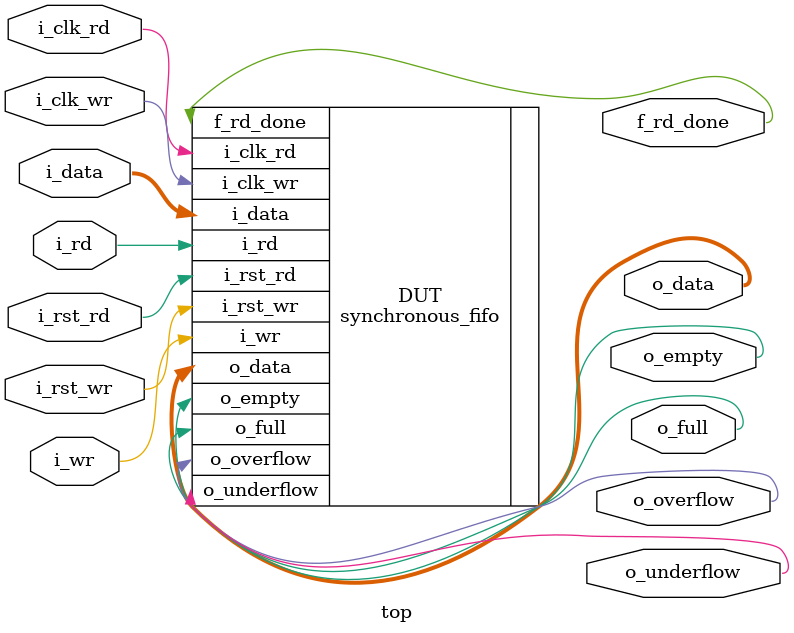
<source format=sv>
`include "assertion.sv"
module top
    #(
        parameter int G_WIDTH /*verilator public*/ = 8,
        parameter int G_DEPTH /*verilator public*/= 10
    )

    (
    input logic i_clk_wr,    // clk write domain
    input logic i_rst_wr,   //  synch. active high reset write domain
    input logic i_wr,      //   write enable
    input logic [G_WIDTH -1 : 0] i_data,   //    write data in

    input logic i_clk_rd,    // clk read domain
    input logic i_rst_rd,   //  synch. active high reset read domain
    input logic i_rd,      //   read enable

    output logic [G_WIDTH -1 : 0] o_data,
    output logic o_overflow,
    output logic o_underflow,
    output logic o_full,
    output logic o_empty,
    output logic f_rd_done
    );

    synchronous_fifo #(.G_WIDTH(G_WIDTH),.G_DEPTH(G_DEPTH)) DUT 
    (
    	.i_clk_wr,
    	.i_rst_wr,
    	.i_wr,
    	.i_data,
    	.i_clk_rd,
    	.i_rst_rd,
    	.i_rd,
        .o_data,
        .o_underflow,
        .o_overflow,
        .o_full,
        .o_empty,
        .f_rd_done
	);

    // Note: Verilator only ssupports bind to a target module name, NOT to an instance path.
	bind synchronous_fifo assertion #(.G_DEPTH(G_DEPTH)) inst
    (
        .r_addr_wr(DUT.r_addr_wr),
        .r_addr_rd(DUT.r_addr_rd),
        .r_fill_level(DUT.r_fill_level),
    	.i_clk_wr,
    	.i_rst_wr,
    	.i_wr,
    	.i_clk_rd,
    	.i_rst_rd,
    	.i_rd,
        .o_underflow,
        .o_overflow,
        .o_full,
        .o_empty
	);
endmodule

</source>
